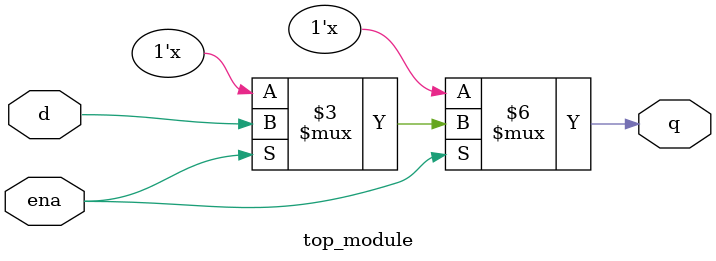
<source format=v>
module top_module (
    input d, 
    input ena,
    output q);

always @(*) begin
    if(!ena)begin
        q<=q;
    end
    else if (ena)begin
        q<=d;
end
end


endmodule

</source>
